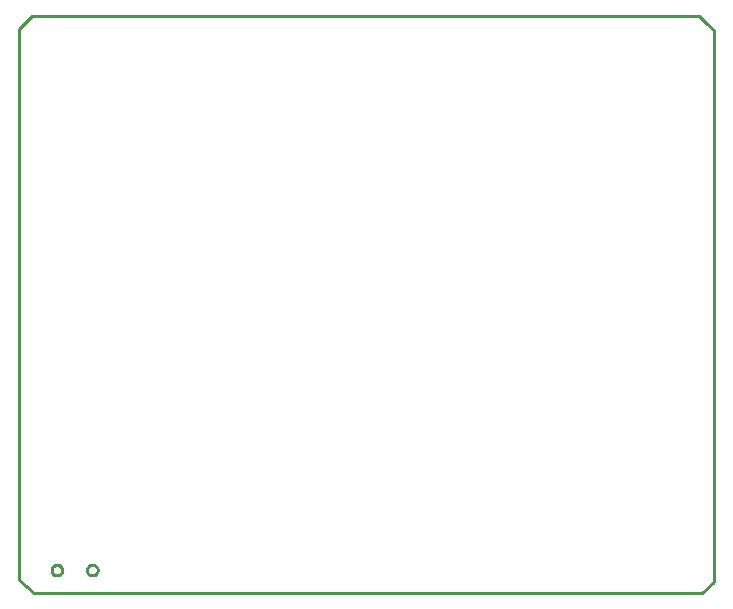
<source format=gbr>
G04 EAGLE Gerber RS-274X export*
G75*
%MOMM*%
%FSLAX34Y34*%
%LPD*%
%IN*%
%IPPOS*%
%AMOC8*
5,1,8,0,0,1.08239X$1,22.5*%
G01*
%ADD10C,0.254000*%


D10*
X-607060Y72898D02*
X-594360Y62484D01*
X-590804Y62230D01*
X-28448Y62230D01*
X-18796Y71628D01*
X-18796Y538482D01*
X-24386Y544324D01*
X-31496Y550672D01*
X-595630Y550672D01*
X-607060Y539750D01*
X-607060Y72898D01*
X-570450Y81265D02*
X-570527Y80680D01*
X-570680Y80110D01*
X-570905Y79565D01*
X-571200Y79055D01*
X-571559Y78587D01*
X-571977Y78169D01*
X-572445Y77810D01*
X-572955Y77515D01*
X-573500Y77290D01*
X-574070Y77137D01*
X-574655Y77060D01*
X-575245Y77060D01*
X-575830Y77137D01*
X-576400Y77290D01*
X-576945Y77515D01*
X-577455Y77810D01*
X-577923Y78169D01*
X-578341Y78587D01*
X-578700Y79055D01*
X-578995Y79565D01*
X-579220Y80110D01*
X-579373Y80680D01*
X-579450Y81265D01*
X-579450Y81855D01*
X-579373Y82440D01*
X-579220Y83010D01*
X-578995Y83555D01*
X-578700Y84065D01*
X-578341Y84533D01*
X-577923Y84951D01*
X-577455Y85310D01*
X-576945Y85605D01*
X-576400Y85830D01*
X-575830Y85983D01*
X-575245Y86060D01*
X-574655Y86060D01*
X-574070Y85983D01*
X-573500Y85830D01*
X-572955Y85605D01*
X-572445Y85310D01*
X-571977Y84951D01*
X-571559Y84533D01*
X-571200Y84065D01*
X-570905Y83555D01*
X-570680Y83010D01*
X-570527Y82440D01*
X-570450Y81855D01*
X-570450Y81265D01*
X-540450Y81265D02*
X-540527Y80680D01*
X-540680Y80110D01*
X-540905Y79565D01*
X-541200Y79055D01*
X-541559Y78587D01*
X-541977Y78169D01*
X-542445Y77810D01*
X-542955Y77515D01*
X-543500Y77290D01*
X-544070Y77137D01*
X-544655Y77060D01*
X-545245Y77060D01*
X-545830Y77137D01*
X-546400Y77290D01*
X-546945Y77515D01*
X-547455Y77810D01*
X-547923Y78169D01*
X-548341Y78587D01*
X-548700Y79055D01*
X-548995Y79565D01*
X-549220Y80110D01*
X-549373Y80680D01*
X-549450Y81265D01*
X-549450Y81855D01*
X-549373Y82440D01*
X-549220Y83010D01*
X-548995Y83555D01*
X-548700Y84065D01*
X-548341Y84533D01*
X-547923Y84951D01*
X-547455Y85310D01*
X-546945Y85605D01*
X-546400Y85830D01*
X-545830Y85983D01*
X-545245Y86060D01*
X-544655Y86060D01*
X-544070Y85983D01*
X-543500Y85830D01*
X-542955Y85605D01*
X-542445Y85310D01*
X-541977Y84951D01*
X-541559Y84533D01*
X-541200Y84065D01*
X-540905Y83555D01*
X-540680Y83010D01*
X-540527Y82440D01*
X-540450Y81855D01*
X-540450Y81265D01*
M02*

</source>
